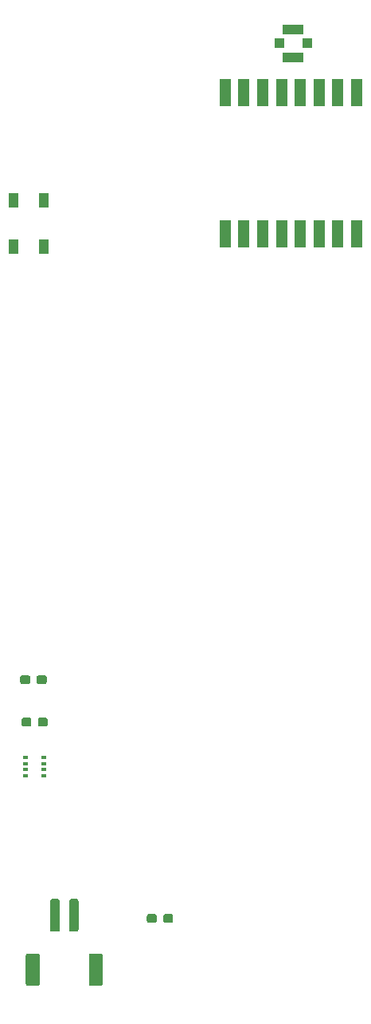
<source format=gtp>
G04 #@! TF.GenerationSoftware,KiCad,Pcbnew,(5.99.0-1124-gd78759612)*
G04 #@! TF.CreationDate,2020-05-27T21:00:59-04:00*
G04 #@! TF.ProjectId,bastion-hat,62617374-696f-46e2-9d68-61742e6b6963,rev?*
G04 #@! TF.SameCoordinates,Original*
G04 #@! TF.FileFunction,Paste,Top*
G04 #@! TF.FilePolarity,Positive*
%FSLAX46Y46*%
G04 Gerber Fmt 4.6, Leading zero omitted, Abs format (unit mm)*
G04 Created by KiCad (PCBNEW (5.99.0-1124-gd78759612)) date 2020-05-27 21:00:59*
%MOMM*%
%LPD*%
G01*
G04 APERTURE LIST*
%ADD10R,0.490000X0.450000*%
%ADD11R,1.198880X2.999740*%
%ADD12R,1.000000X1.000000*%
%ADD13R,2.200000X1.050000*%
%ADD14R,1.000000X1.500000*%
G04 APERTURE END LIST*
D10*
X117780000Y-132225000D03*
X117780000Y-130275000D03*
X117780000Y-130925000D03*
X117780000Y-131575000D03*
X119720000Y-132225000D03*
X119720000Y-130275000D03*
X119720000Y-130925000D03*
X119720000Y-131575000D03*
D11*
X139002300Y-59751920D03*
X141001280Y-59751920D03*
X143000260Y-59751920D03*
X145001780Y-59751920D03*
X146998220Y-59751920D03*
X148999740Y-59751920D03*
X150998720Y-59751920D03*
X152997700Y-59751920D03*
X152997700Y-74748080D03*
X150998720Y-74748080D03*
X148999740Y-74748080D03*
X146998220Y-74748080D03*
X145001780Y-74748080D03*
X143000260Y-74748080D03*
X141001280Y-74748080D03*
X139002300Y-74748080D03*
G36*
X119878387Y-121543079D02*
G01*
X119955438Y-121594562D01*
X120006921Y-121671613D01*
X120025000Y-121762500D01*
X120025000Y-122237500D01*
X120006921Y-122328387D01*
X119955438Y-122405438D01*
X119878387Y-122456921D01*
X119787500Y-122475000D01*
X119212500Y-122475000D01*
X119121613Y-122456921D01*
X119044562Y-122405438D01*
X118993079Y-122328387D01*
X118975000Y-122237500D01*
X118975000Y-121762500D01*
X118993079Y-121671613D01*
X119044562Y-121594562D01*
X119121613Y-121543079D01*
X119212500Y-121525000D01*
X119787500Y-121525000D01*
X119878387Y-121543079D01*
G37*
G36*
X118128387Y-121543079D02*
G01*
X118205438Y-121594562D01*
X118256921Y-121671613D01*
X118275000Y-121762500D01*
X118275000Y-122237500D01*
X118256921Y-122328387D01*
X118205438Y-122405438D01*
X118128387Y-122456921D01*
X118037500Y-122475000D01*
X117462500Y-122475000D01*
X117371613Y-122456921D01*
X117294562Y-122405438D01*
X117243079Y-122328387D01*
X117225000Y-122237500D01*
X117225000Y-121762500D01*
X117243079Y-121671613D01*
X117294562Y-121594562D01*
X117371613Y-121543079D01*
X117462500Y-121525000D01*
X118037500Y-121525000D01*
X118128387Y-121543079D01*
G37*
G36*
X118253387Y-126043079D02*
G01*
X118330438Y-126094562D01*
X118381921Y-126171613D01*
X118400000Y-126262500D01*
X118400000Y-126737500D01*
X118381921Y-126828387D01*
X118330438Y-126905438D01*
X118253387Y-126956921D01*
X118162500Y-126975000D01*
X117587500Y-126975000D01*
X117496613Y-126956921D01*
X117419562Y-126905438D01*
X117368079Y-126828387D01*
X117350000Y-126737500D01*
X117350000Y-126262500D01*
X117368079Y-126171613D01*
X117419562Y-126094562D01*
X117496613Y-126043079D01*
X117587500Y-126025000D01*
X118162500Y-126025000D01*
X118253387Y-126043079D01*
G37*
G36*
X120003387Y-126043079D02*
G01*
X120080438Y-126094562D01*
X120131921Y-126171613D01*
X120150000Y-126262500D01*
X120150000Y-126737500D01*
X120131921Y-126828387D01*
X120080438Y-126905438D01*
X120003387Y-126956921D01*
X119912500Y-126975000D01*
X119337500Y-126975000D01*
X119246613Y-126956921D01*
X119169562Y-126905438D01*
X119118079Y-126828387D01*
X119100000Y-126737500D01*
X119100000Y-126262500D01*
X119118079Y-126171613D01*
X119169562Y-126094562D01*
X119246613Y-126043079D01*
X119337500Y-126025000D01*
X119912500Y-126025000D01*
X120003387Y-126043079D01*
G37*
G36*
X125865671Y-151079030D02*
G01*
X125946777Y-151133223D01*
X126000970Y-151214329D01*
X126020000Y-151310000D01*
X126020000Y-154210000D01*
X126000970Y-154305671D01*
X125946777Y-154386777D01*
X125865671Y-154440970D01*
X125770000Y-154460000D01*
X124770000Y-154460000D01*
X124674329Y-154440970D01*
X124593223Y-154386777D01*
X124539030Y-154305671D01*
X124520000Y-154210000D01*
X124520000Y-151310000D01*
X124539030Y-151214329D01*
X124593223Y-151133223D01*
X124674329Y-151079030D01*
X124770000Y-151060000D01*
X125770000Y-151060000D01*
X125865671Y-151079030D01*
G37*
G36*
X119165671Y-151079030D02*
G01*
X119246777Y-151133223D01*
X119300970Y-151214329D01*
X119320000Y-151310000D01*
X119320000Y-154210000D01*
X119300970Y-154305671D01*
X119246777Y-154386777D01*
X119165671Y-154440970D01*
X119070000Y-154460000D01*
X118070000Y-154460000D01*
X117974329Y-154440970D01*
X117893223Y-154386777D01*
X117839030Y-154305671D01*
X117820000Y-154210000D01*
X117820000Y-151310000D01*
X117839030Y-151214329D01*
X117893223Y-151133223D01*
X117974329Y-151079030D01*
X118070000Y-151060000D01*
X119070000Y-151060000D01*
X119165671Y-151079030D01*
G37*
G36*
X123265671Y-145279030D02*
G01*
X123346777Y-145333223D01*
X123400970Y-145414329D01*
X123420000Y-145510000D01*
X123420000Y-148510000D01*
X123400970Y-148605671D01*
X123346777Y-148686777D01*
X123265671Y-148740970D01*
X123170000Y-148760000D01*
X122670000Y-148760000D01*
X122574329Y-148740970D01*
X122493223Y-148686777D01*
X122439030Y-148605671D01*
X122420000Y-148510000D01*
X122420000Y-145510000D01*
X122439030Y-145414329D01*
X122493223Y-145333223D01*
X122574329Y-145279030D01*
X122670000Y-145260000D01*
X123170000Y-145260000D01*
X123265671Y-145279030D01*
G37*
G36*
X121265671Y-145279030D02*
G01*
X121346777Y-145333223D01*
X121400970Y-145414329D01*
X121420000Y-145510000D01*
X121420000Y-148510000D01*
X121400970Y-148605671D01*
X121346777Y-148686777D01*
X121265671Y-148740970D01*
X121170000Y-148760000D01*
X120670000Y-148760000D01*
X120574329Y-148740970D01*
X120493223Y-148686777D01*
X120439030Y-148605671D01*
X120420000Y-148510000D01*
X120420000Y-145510000D01*
X120439030Y-145414329D01*
X120493223Y-145333223D01*
X120574329Y-145279030D01*
X120670000Y-145260000D01*
X121170000Y-145260000D01*
X121265671Y-145279030D01*
G37*
D12*
X147750000Y-54500000D03*
X144750000Y-54500000D03*
D13*
X146250000Y-53025000D03*
X146250000Y-55975000D03*
D14*
X116510000Y-76110000D03*
X119710000Y-76110000D03*
X116510000Y-71210000D03*
X119710000Y-71210000D03*
G36*
X131583387Y-146863079D02*
G01*
X131660438Y-146914562D01*
X131711921Y-146991613D01*
X131730000Y-147082500D01*
X131730000Y-147557500D01*
X131711921Y-147648387D01*
X131660438Y-147725438D01*
X131583387Y-147776921D01*
X131492500Y-147795000D01*
X130917500Y-147795000D01*
X130826613Y-147776921D01*
X130749562Y-147725438D01*
X130698079Y-147648387D01*
X130680000Y-147557500D01*
X130680000Y-147082500D01*
X130698079Y-146991613D01*
X130749562Y-146914562D01*
X130826613Y-146863079D01*
X130917500Y-146845000D01*
X131492500Y-146845000D01*
X131583387Y-146863079D01*
G37*
G36*
X133333387Y-146863079D02*
G01*
X133410438Y-146914562D01*
X133461921Y-146991613D01*
X133480000Y-147082500D01*
X133480000Y-147557500D01*
X133461921Y-147648387D01*
X133410438Y-147725438D01*
X133333387Y-147776921D01*
X133242500Y-147795000D01*
X132667500Y-147795000D01*
X132576613Y-147776921D01*
X132499562Y-147725438D01*
X132448079Y-147648387D01*
X132430000Y-147557500D01*
X132430000Y-147082500D01*
X132448079Y-146991613D01*
X132499562Y-146914562D01*
X132576613Y-146863079D01*
X132667500Y-146845000D01*
X133242500Y-146845000D01*
X133333387Y-146863079D01*
G37*
M02*

</source>
